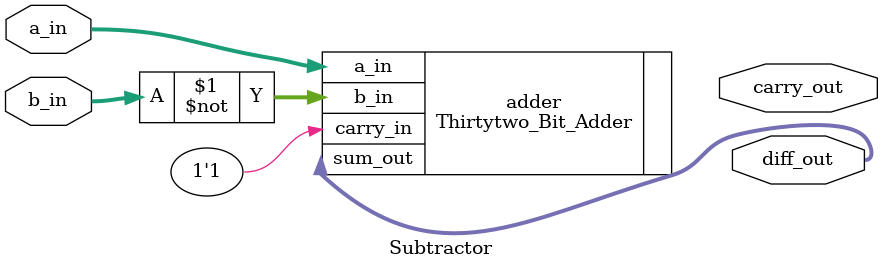
<source format=v>
`timescale 1ns / 1ps

module Subtractor(
    input [31:0] a_in,
    input [31:0] b_in,
    output carry_out,
    output [31:0] diff_out
    );
    
    Thirtytwo_Bit_Adder adder(
        .a_in (a_in),
        .b_in (~b_in),
        .carry_in (1'b1),
        .sum_out (diff_out)
    );

endmodule

</source>
